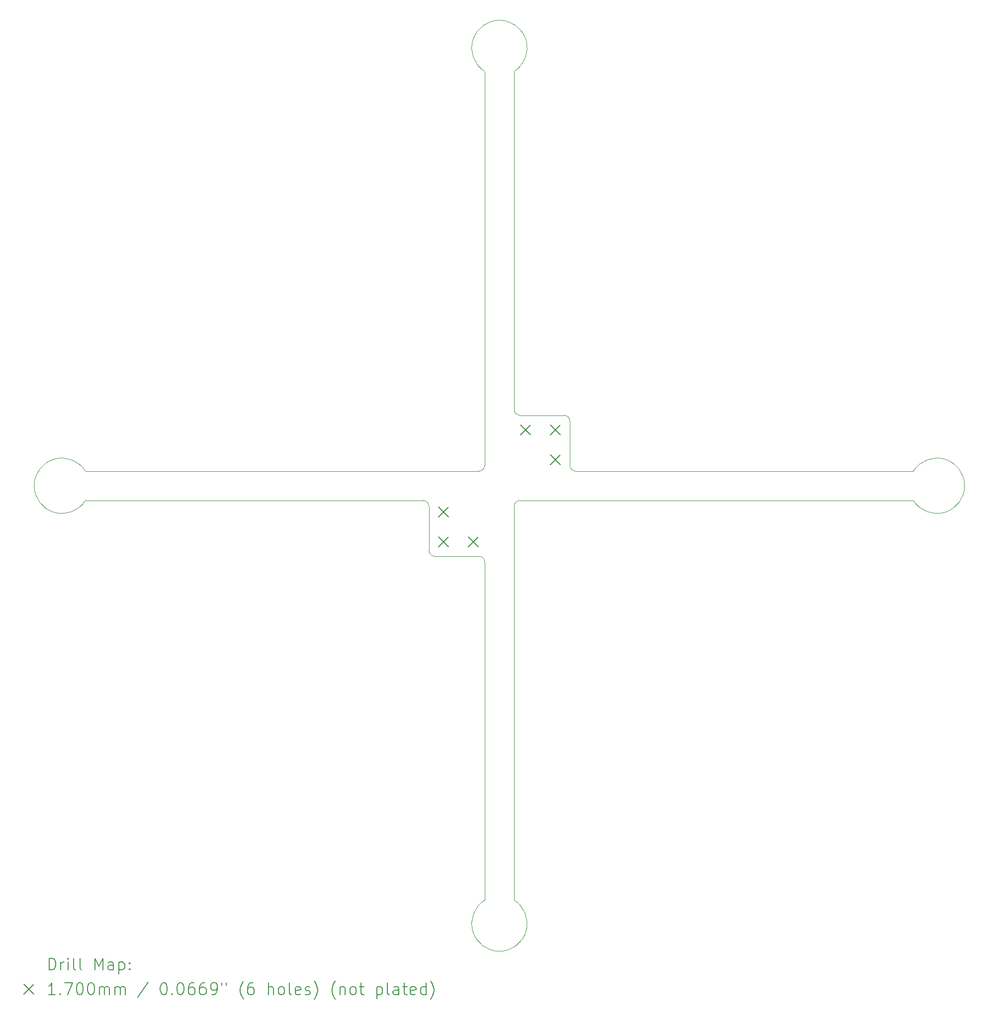
<source format=gbr>
%TF.GenerationSoftware,KiCad,Pcbnew,6.0.9+dfsg-1*%
%TF.CreationDate,2022-11-12T19:52:39+00:00*%
%TF.ProjectId,antenna,616e7465-6e6e-4612-9e6b-696361645f70,rev?*%
%TF.SameCoordinates,Original*%
%TF.FileFunction,Drillmap*%
%TF.FilePolarity,Positive*%
%FSLAX45Y45*%
G04 Gerber Fmt 4.5, Leading zero omitted, Abs format (unit mm)*
G04 Created by KiCad (PCBNEW 6.0.9+dfsg-1) date 2022-11-12 19:52:39*
%MOMM*%
%LPD*%
G01*
G04 APERTURE LIST*
%ADD10C,0.100000*%
%ADD11C,0.200000*%
%ADD12C,0.170000*%
G04 APERTURE END LIST*
D10*
X13750000Y-11200000D02*
X13750000Y-17900000D01*
X13750000Y-9550000D02*
G75*
G03*
X13850000Y-9650000I100000J0D01*
G01*
X14700000Y-9750000D02*
X14700000Y-10500000D01*
X14700000Y-10500000D02*
G75*
G03*
X14800000Y-10600000I100000J0D01*
G01*
X13250000Y-17900000D02*
G75*
G03*
X13750000Y-17900000I250000J-400000D01*
G01*
X13750000Y-3800000D02*
G75*
G03*
X13250000Y-3800000I-250000J400000D01*
G01*
X13250000Y-10500000D02*
X13250000Y-3800000D01*
X20550000Y-11100000D02*
G75*
G03*
X20550000Y-10600000I400000J250000D01*
G01*
X6450000Y-10600000D02*
G75*
G03*
X6450000Y-11100000I-400000J-250000D01*
G01*
X13250000Y-12150000D02*
G75*
G03*
X13150000Y-12050000I-100000J0D01*
G01*
X12200000Y-11100000D02*
X6450000Y-11100000D01*
X13850000Y-11100000D02*
G75*
G03*
X13750000Y-11200000I0J-100000D01*
G01*
X13150000Y-10600000D02*
G75*
G03*
X13250000Y-10500000I0J100000D01*
G01*
X13750000Y-3800000D02*
X13750000Y-9550000D01*
X20550000Y-11100000D02*
X13850000Y-11100000D01*
X13850000Y-9650000D02*
X14600000Y-9650000D01*
X12300000Y-11950000D02*
X12300000Y-11200000D01*
X12300000Y-11200000D02*
G75*
G03*
X12200000Y-11100000I-100000J0D01*
G01*
X14700000Y-9750000D02*
G75*
G03*
X14600000Y-9650000I-100000J0D01*
G01*
X12300000Y-11950000D02*
G75*
G03*
X12400000Y-12050000I100000J0D01*
G01*
X13150000Y-12050000D02*
X12400000Y-12050000D01*
X14800000Y-10600000D02*
X20550000Y-10600000D01*
X13250000Y-17900000D02*
X13250000Y-12150000D01*
X6450000Y-10600000D02*
X13150000Y-10600000D01*
D11*
D12*
X12461000Y-11211000D02*
X12631000Y-11381000D01*
X12631000Y-11211000D02*
X12461000Y-11381000D01*
X12461000Y-11719000D02*
X12631000Y-11889000D01*
X12631000Y-11719000D02*
X12461000Y-11889000D01*
X12969000Y-11719000D02*
X13139000Y-11889000D01*
X13139000Y-11719000D02*
X12969000Y-11889000D01*
X13861000Y-9811000D02*
X14031000Y-9981000D01*
X14031000Y-9811000D02*
X13861000Y-9981000D01*
X14369000Y-9811000D02*
X14539000Y-9981000D01*
X14539000Y-9811000D02*
X14369000Y-9981000D01*
X14369000Y-10319000D02*
X14539000Y-10489000D01*
X14539000Y-10319000D02*
X14369000Y-10489000D01*
D11*
X5830920Y-19087175D02*
X5830920Y-18887175D01*
X5878539Y-18887175D01*
X5907110Y-18896699D01*
X5926158Y-18915747D01*
X5935682Y-18934794D01*
X5945206Y-18972890D01*
X5945206Y-19001461D01*
X5935682Y-19039556D01*
X5926158Y-19058604D01*
X5907110Y-19077651D01*
X5878539Y-19087175D01*
X5830920Y-19087175D01*
X6030920Y-19087175D02*
X6030920Y-18953842D01*
X6030920Y-18991937D02*
X6040444Y-18972890D01*
X6049967Y-18963366D01*
X6069015Y-18953842D01*
X6088063Y-18953842D01*
X6154729Y-19087175D02*
X6154729Y-18953842D01*
X6154729Y-18887175D02*
X6145206Y-18896699D01*
X6154729Y-18906223D01*
X6164253Y-18896699D01*
X6154729Y-18887175D01*
X6154729Y-18906223D01*
X6278539Y-19087175D02*
X6259491Y-19077651D01*
X6249967Y-19058604D01*
X6249967Y-18887175D01*
X6383301Y-19087175D02*
X6364253Y-19077651D01*
X6354729Y-19058604D01*
X6354729Y-18887175D01*
X6611872Y-19087175D02*
X6611872Y-18887175D01*
X6678539Y-19030032D01*
X6745206Y-18887175D01*
X6745206Y-19087175D01*
X6926158Y-19087175D02*
X6926158Y-18982413D01*
X6916634Y-18963366D01*
X6897587Y-18953842D01*
X6859491Y-18953842D01*
X6840444Y-18963366D01*
X6926158Y-19077651D02*
X6907110Y-19087175D01*
X6859491Y-19087175D01*
X6840444Y-19077651D01*
X6830920Y-19058604D01*
X6830920Y-19039556D01*
X6840444Y-19020509D01*
X6859491Y-19010985D01*
X6907110Y-19010985D01*
X6926158Y-19001461D01*
X7021396Y-18953842D02*
X7021396Y-19153842D01*
X7021396Y-18963366D02*
X7040444Y-18953842D01*
X7078539Y-18953842D01*
X7097587Y-18963366D01*
X7107110Y-18972890D01*
X7116634Y-18991937D01*
X7116634Y-19049080D01*
X7107110Y-19068128D01*
X7097587Y-19077651D01*
X7078539Y-19087175D01*
X7040444Y-19087175D01*
X7021396Y-19077651D01*
X7202348Y-19068128D02*
X7211872Y-19077651D01*
X7202348Y-19087175D01*
X7192825Y-19077651D01*
X7202348Y-19068128D01*
X7202348Y-19087175D01*
X7202348Y-18963366D02*
X7211872Y-18972890D01*
X7202348Y-18982413D01*
X7192825Y-18972890D01*
X7202348Y-18963366D01*
X7202348Y-18982413D01*
D12*
X5403301Y-19331699D02*
X5573301Y-19501699D01*
X5573301Y-19331699D02*
X5403301Y-19501699D01*
D11*
X5935682Y-19507175D02*
X5821396Y-19507175D01*
X5878539Y-19507175D02*
X5878539Y-19307175D01*
X5859491Y-19335747D01*
X5840444Y-19354794D01*
X5821396Y-19364318D01*
X6021396Y-19488128D02*
X6030920Y-19497651D01*
X6021396Y-19507175D01*
X6011872Y-19497651D01*
X6021396Y-19488128D01*
X6021396Y-19507175D01*
X6097587Y-19307175D02*
X6230920Y-19307175D01*
X6145206Y-19507175D01*
X6345206Y-19307175D02*
X6364253Y-19307175D01*
X6383301Y-19316699D01*
X6392825Y-19326223D01*
X6402348Y-19345271D01*
X6411872Y-19383366D01*
X6411872Y-19430985D01*
X6402348Y-19469080D01*
X6392825Y-19488128D01*
X6383301Y-19497651D01*
X6364253Y-19507175D01*
X6345206Y-19507175D01*
X6326158Y-19497651D01*
X6316634Y-19488128D01*
X6307110Y-19469080D01*
X6297587Y-19430985D01*
X6297587Y-19383366D01*
X6307110Y-19345271D01*
X6316634Y-19326223D01*
X6326158Y-19316699D01*
X6345206Y-19307175D01*
X6535682Y-19307175D02*
X6554729Y-19307175D01*
X6573777Y-19316699D01*
X6583301Y-19326223D01*
X6592825Y-19345271D01*
X6602348Y-19383366D01*
X6602348Y-19430985D01*
X6592825Y-19469080D01*
X6583301Y-19488128D01*
X6573777Y-19497651D01*
X6554729Y-19507175D01*
X6535682Y-19507175D01*
X6516634Y-19497651D01*
X6507110Y-19488128D01*
X6497587Y-19469080D01*
X6488063Y-19430985D01*
X6488063Y-19383366D01*
X6497587Y-19345271D01*
X6507110Y-19326223D01*
X6516634Y-19316699D01*
X6535682Y-19307175D01*
X6688063Y-19507175D02*
X6688063Y-19373842D01*
X6688063Y-19392890D02*
X6697587Y-19383366D01*
X6716634Y-19373842D01*
X6745206Y-19373842D01*
X6764253Y-19383366D01*
X6773777Y-19402413D01*
X6773777Y-19507175D01*
X6773777Y-19402413D02*
X6783301Y-19383366D01*
X6802348Y-19373842D01*
X6830920Y-19373842D01*
X6849967Y-19383366D01*
X6859491Y-19402413D01*
X6859491Y-19507175D01*
X6954729Y-19507175D02*
X6954729Y-19373842D01*
X6954729Y-19392890D02*
X6964253Y-19383366D01*
X6983301Y-19373842D01*
X7011872Y-19373842D01*
X7030920Y-19383366D01*
X7040444Y-19402413D01*
X7040444Y-19507175D01*
X7040444Y-19402413D02*
X7049967Y-19383366D01*
X7069015Y-19373842D01*
X7097587Y-19373842D01*
X7116634Y-19383366D01*
X7126158Y-19402413D01*
X7126158Y-19507175D01*
X7516634Y-19297651D02*
X7345206Y-19554794D01*
X7773777Y-19307175D02*
X7792825Y-19307175D01*
X7811872Y-19316699D01*
X7821396Y-19326223D01*
X7830920Y-19345271D01*
X7840444Y-19383366D01*
X7840444Y-19430985D01*
X7830920Y-19469080D01*
X7821396Y-19488128D01*
X7811872Y-19497651D01*
X7792825Y-19507175D01*
X7773777Y-19507175D01*
X7754729Y-19497651D01*
X7745206Y-19488128D01*
X7735682Y-19469080D01*
X7726158Y-19430985D01*
X7726158Y-19383366D01*
X7735682Y-19345271D01*
X7745206Y-19326223D01*
X7754729Y-19316699D01*
X7773777Y-19307175D01*
X7926158Y-19488128D02*
X7935682Y-19497651D01*
X7926158Y-19507175D01*
X7916634Y-19497651D01*
X7926158Y-19488128D01*
X7926158Y-19507175D01*
X8059491Y-19307175D02*
X8078539Y-19307175D01*
X8097587Y-19316699D01*
X8107110Y-19326223D01*
X8116634Y-19345271D01*
X8126158Y-19383366D01*
X8126158Y-19430985D01*
X8116634Y-19469080D01*
X8107110Y-19488128D01*
X8097587Y-19497651D01*
X8078539Y-19507175D01*
X8059491Y-19507175D01*
X8040444Y-19497651D01*
X8030920Y-19488128D01*
X8021396Y-19469080D01*
X8011872Y-19430985D01*
X8011872Y-19383366D01*
X8021396Y-19345271D01*
X8030920Y-19326223D01*
X8040444Y-19316699D01*
X8059491Y-19307175D01*
X8297587Y-19307175D02*
X8259491Y-19307175D01*
X8240444Y-19316699D01*
X8230920Y-19326223D01*
X8211872Y-19354794D01*
X8202348Y-19392890D01*
X8202348Y-19469080D01*
X8211872Y-19488128D01*
X8221396Y-19497651D01*
X8240444Y-19507175D01*
X8278539Y-19507175D01*
X8297587Y-19497651D01*
X8307110Y-19488128D01*
X8316634Y-19469080D01*
X8316634Y-19421461D01*
X8307110Y-19402413D01*
X8297587Y-19392890D01*
X8278539Y-19383366D01*
X8240444Y-19383366D01*
X8221396Y-19392890D01*
X8211872Y-19402413D01*
X8202348Y-19421461D01*
X8488063Y-19307175D02*
X8449968Y-19307175D01*
X8430920Y-19316699D01*
X8421396Y-19326223D01*
X8402349Y-19354794D01*
X8392825Y-19392890D01*
X8392825Y-19469080D01*
X8402349Y-19488128D01*
X8411872Y-19497651D01*
X8430920Y-19507175D01*
X8469015Y-19507175D01*
X8488063Y-19497651D01*
X8497587Y-19488128D01*
X8507110Y-19469080D01*
X8507110Y-19421461D01*
X8497587Y-19402413D01*
X8488063Y-19392890D01*
X8469015Y-19383366D01*
X8430920Y-19383366D01*
X8411872Y-19392890D01*
X8402349Y-19402413D01*
X8392825Y-19421461D01*
X8602349Y-19507175D02*
X8640444Y-19507175D01*
X8659491Y-19497651D01*
X8669015Y-19488128D01*
X8688063Y-19459556D01*
X8697587Y-19421461D01*
X8697587Y-19345271D01*
X8688063Y-19326223D01*
X8678539Y-19316699D01*
X8659491Y-19307175D01*
X8621396Y-19307175D01*
X8602349Y-19316699D01*
X8592825Y-19326223D01*
X8583301Y-19345271D01*
X8583301Y-19392890D01*
X8592825Y-19411937D01*
X8602349Y-19421461D01*
X8621396Y-19430985D01*
X8659491Y-19430985D01*
X8678539Y-19421461D01*
X8688063Y-19411937D01*
X8697587Y-19392890D01*
X8773777Y-19307175D02*
X8773777Y-19345271D01*
X8849968Y-19307175D02*
X8849968Y-19345271D01*
X9145206Y-19583366D02*
X9135682Y-19573842D01*
X9116634Y-19545271D01*
X9107110Y-19526223D01*
X9097587Y-19497651D01*
X9088063Y-19450032D01*
X9088063Y-19411937D01*
X9097587Y-19364318D01*
X9107110Y-19335747D01*
X9116634Y-19316699D01*
X9135682Y-19288128D01*
X9145206Y-19278604D01*
X9307110Y-19307175D02*
X9269015Y-19307175D01*
X9249968Y-19316699D01*
X9240444Y-19326223D01*
X9221396Y-19354794D01*
X9211872Y-19392890D01*
X9211872Y-19469080D01*
X9221396Y-19488128D01*
X9230920Y-19497651D01*
X9249968Y-19507175D01*
X9288063Y-19507175D01*
X9307110Y-19497651D01*
X9316634Y-19488128D01*
X9326158Y-19469080D01*
X9326158Y-19421461D01*
X9316634Y-19402413D01*
X9307110Y-19392890D01*
X9288063Y-19383366D01*
X9249968Y-19383366D01*
X9230920Y-19392890D01*
X9221396Y-19402413D01*
X9211872Y-19421461D01*
X9564253Y-19507175D02*
X9564253Y-19307175D01*
X9649968Y-19507175D02*
X9649968Y-19402413D01*
X9640444Y-19383366D01*
X9621396Y-19373842D01*
X9592825Y-19373842D01*
X9573777Y-19383366D01*
X9564253Y-19392890D01*
X9773777Y-19507175D02*
X9754729Y-19497651D01*
X9745206Y-19488128D01*
X9735682Y-19469080D01*
X9735682Y-19411937D01*
X9745206Y-19392890D01*
X9754729Y-19383366D01*
X9773777Y-19373842D01*
X9802349Y-19373842D01*
X9821396Y-19383366D01*
X9830920Y-19392890D01*
X9840444Y-19411937D01*
X9840444Y-19469080D01*
X9830920Y-19488128D01*
X9821396Y-19497651D01*
X9802349Y-19507175D01*
X9773777Y-19507175D01*
X9954729Y-19507175D02*
X9935682Y-19497651D01*
X9926158Y-19478604D01*
X9926158Y-19307175D01*
X10107110Y-19497651D02*
X10088063Y-19507175D01*
X10049968Y-19507175D01*
X10030920Y-19497651D01*
X10021396Y-19478604D01*
X10021396Y-19402413D01*
X10030920Y-19383366D01*
X10049968Y-19373842D01*
X10088063Y-19373842D01*
X10107110Y-19383366D01*
X10116634Y-19402413D01*
X10116634Y-19421461D01*
X10021396Y-19440509D01*
X10192825Y-19497651D02*
X10211872Y-19507175D01*
X10249968Y-19507175D01*
X10269015Y-19497651D01*
X10278539Y-19478604D01*
X10278539Y-19469080D01*
X10269015Y-19450032D01*
X10249968Y-19440509D01*
X10221396Y-19440509D01*
X10202349Y-19430985D01*
X10192825Y-19411937D01*
X10192825Y-19402413D01*
X10202349Y-19383366D01*
X10221396Y-19373842D01*
X10249968Y-19373842D01*
X10269015Y-19383366D01*
X10345206Y-19583366D02*
X10354729Y-19573842D01*
X10373777Y-19545271D01*
X10383301Y-19526223D01*
X10392825Y-19497651D01*
X10402349Y-19450032D01*
X10402349Y-19411937D01*
X10392825Y-19364318D01*
X10383301Y-19335747D01*
X10373777Y-19316699D01*
X10354729Y-19288128D01*
X10345206Y-19278604D01*
X10707110Y-19583366D02*
X10697587Y-19573842D01*
X10678539Y-19545271D01*
X10669015Y-19526223D01*
X10659491Y-19497651D01*
X10649968Y-19450032D01*
X10649968Y-19411937D01*
X10659491Y-19364318D01*
X10669015Y-19335747D01*
X10678539Y-19316699D01*
X10697587Y-19288128D01*
X10707110Y-19278604D01*
X10783301Y-19373842D02*
X10783301Y-19507175D01*
X10783301Y-19392890D02*
X10792825Y-19383366D01*
X10811872Y-19373842D01*
X10840444Y-19373842D01*
X10859491Y-19383366D01*
X10869015Y-19402413D01*
X10869015Y-19507175D01*
X10992825Y-19507175D02*
X10973777Y-19497651D01*
X10964253Y-19488128D01*
X10954729Y-19469080D01*
X10954729Y-19411937D01*
X10964253Y-19392890D01*
X10973777Y-19383366D01*
X10992825Y-19373842D01*
X11021396Y-19373842D01*
X11040444Y-19383366D01*
X11049968Y-19392890D01*
X11059491Y-19411937D01*
X11059491Y-19469080D01*
X11049968Y-19488128D01*
X11040444Y-19497651D01*
X11021396Y-19507175D01*
X10992825Y-19507175D01*
X11116634Y-19373842D02*
X11192825Y-19373842D01*
X11145206Y-19307175D02*
X11145206Y-19478604D01*
X11154729Y-19497651D01*
X11173777Y-19507175D01*
X11192825Y-19507175D01*
X11411872Y-19373842D02*
X11411872Y-19573842D01*
X11411872Y-19383366D02*
X11430920Y-19373842D01*
X11469015Y-19373842D01*
X11488063Y-19383366D01*
X11497587Y-19392890D01*
X11507110Y-19411937D01*
X11507110Y-19469080D01*
X11497587Y-19488128D01*
X11488063Y-19497651D01*
X11469015Y-19507175D01*
X11430920Y-19507175D01*
X11411872Y-19497651D01*
X11621396Y-19507175D02*
X11602348Y-19497651D01*
X11592825Y-19478604D01*
X11592825Y-19307175D01*
X11783301Y-19507175D02*
X11783301Y-19402413D01*
X11773777Y-19383366D01*
X11754729Y-19373842D01*
X11716634Y-19373842D01*
X11697587Y-19383366D01*
X11783301Y-19497651D02*
X11764253Y-19507175D01*
X11716634Y-19507175D01*
X11697587Y-19497651D01*
X11688063Y-19478604D01*
X11688063Y-19459556D01*
X11697587Y-19440509D01*
X11716634Y-19430985D01*
X11764253Y-19430985D01*
X11783301Y-19421461D01*
X11849967Y-19373842D02*
X11926158Y-19373842D01*
X11878539Y-19307175D02*
X11878539Y-19478604D01*
X11888063Y-19497651D01*
X11907110Y-19507175D01*
X11926158Y-19507175D01*
X12069015Y-19497651D02*
X12049967Y-19507175D01*
X12011872Y-19507175D01*
X11992825Y-19497651D01*
X11983301Y-19478604D01*
X11983301Y-19402413D01*
X11992825Y-19383366D01*
X12011872Y-19373842D01*
X12049967Y-19373842D01*
X12069015Y-19383366D01*
X12078539Y-19402413D01*
X12078539Y-19421461D01*
X11983301Y-19440509D01*
X12249967Y-19507175D02*
X12249967Y-19307175D01*
X12249967Y-19497651D02*
X12230920Y-19507175D01*
X12192825Y-19507175D01*
X12173777Y-19497651D01*
X12164253Y-19488128D01*
X12154729Y-19469080D01*
X12154729Y-19411937D01*
X12164253Y-19392890D01*
X12173777Y-19383366D01*
X12192825Y-19373842D01*
X12230920Y-19373842D01*
X12249967Y-19383366D01*
X12326158Y-19583366D02*
X12335682Y-19573842D01*
X12354729Y-19545271D01*
X12364253Y-19526223D01*
X12373777Y-19497651D01*
X12383301Y-19450032D01*
X12383301Y-19411937D01*
X12373777Y-19364318D01*
X12364253Y-19335747D01*
X12354729Y-19316699D01*
X12335682Y-19288128D01*
X12326158Y-19278604D01*
M02*

</source>
